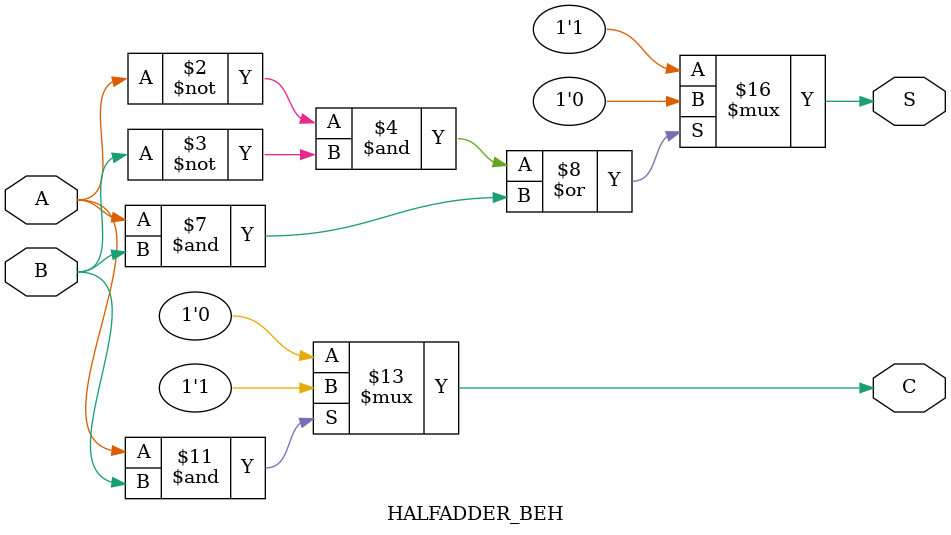
<source format=v>
module HALFADDER_BEH(output reg S,C,input A,B);
always @ (A or B)  begin
if((A==1'b0 & B==1'b0) | (A==1'b1 & B==1'b1))
begin
	S=1'b0;
end
else
	S=1'b1;
if(A==1'b1 & B==1'b1)
begin
	C=1'b1;
end
else
	C=1'b0;
end
endmodule

</source>
